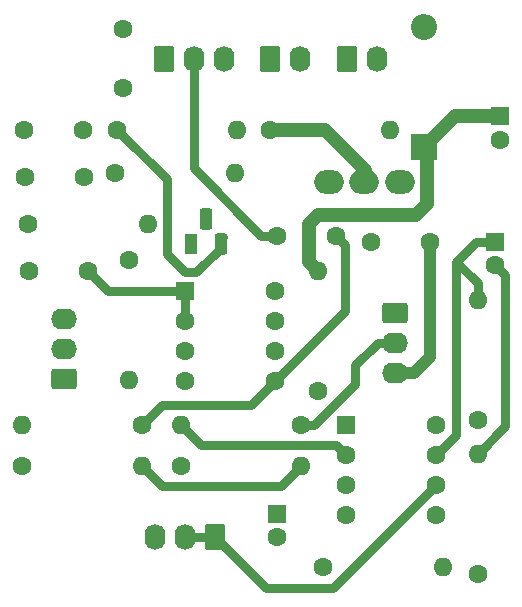
<source format=gbr>
%TF.GenerationSoftware,KiCad,Pcbnew,9.0.0*%
%TF.CreationDate,2025-09-08T17:14:00+01:00*%
%TF.ProjectId,GuitarMixer,47756974-6172-44d6-9978-65722e6b6963,V0.3*%
%TF.SameCoordinates,Original*%
%TF.FileFunction,Copper,L1,Top*%
%TF.FilePolarity,Positive*%
%FSLAX46Y46*%
G04 Gerber Fmt 4.6, Leading zero omitted, Abs format (unit mm)*
G04 Created by KiCad (PCBNEW 9.0.0) date 2025-09-08 17:14:00*
%MOMM*%
%LPD*%
G01*
G04 APERTURE LIST*
G04 Aperture macros list*
%AMRoundRect*
0 Rectangle with rounded corners*
0 $1 Rounding radius*
0 $2 $3 $4 $5 $6 $7 $8 $9 X,Y pos of 4 corners*
0 Add a 4 corners polygon primitive as box body*
4,1,4,$2,$3,$4,$5,$6,$7,$8,$9,$2,$3,0*
0 Add four circle primitives for the rounded corners*
1,1,$1+$1,$2,$3*
1,1,$1+$1,$4,$5*
1,1,$1+$1,$6,$7*
1,1,$1+$1,$8,$9*
0 Add four rect primitives between the rounded corners*
20,1,$1+$1,$2,$3,$4,$5,0*
20,1,$1+$1,$4,$5,$6,$7,0*
20,1,$1+$1,$6,$7,$8,$9,0*
20,1,$1+$1,$8,$9,$2,$3,0*%
G04 Aperture macros list end*
%TA.AperFunction,ComponentPad*%
%ADD10R,1.600000X1.600000*%
%TD*%
%TA.AperFunction,ComponentPad*%
%ADD11C,1.600000*%
%TD*%
%TA.AperFunction,ComponentPad*%
%ADD12O,1.600000X1.600000*%
%TD*%
%TA.AperFunction,ComponentPad*%
%ADD13RoundRect,0.250000X0.620000X0.845000X-0.620000X0.845000X-0.620000X-0.845000X0.620000X-0.845000X0*%
%TD*%
%TA.AperFunction,ComponentPad*%
%ADD14O,1.740000X2.190000*%
%TD*%
%TA.AperFunction,ComponentPad*%
%ADD15R,2.200000X2.200000*%
%TD*%
%TA.AperFunction,ComponentPad*%
%ADD16O,2.200000X2.200000*%
%TD*%
%TA.AperFunction,ComponentPad*%
%ADD17RoundRect,0.250000X0.845000X-0.620000X0.845000X0.620000X-0.845000X0.620000X-0.845000X-0.620000X0*%
%TD*%
%TA.AperFunction,ComponentPad*%
%ADD18O,2.190000X1.740000*%
%TD*%
%TA.AperFunction,ComponentPad*%
%ADD19RoundRect,0.250000X-0.620000X-0.845000X0.620000X-0.845000X0.620000X0.845000X-0.620000X0.845000X0*%
%TD*%
%TA.AperFunction,ComponentPad*%
%ADD20RoundRect,0.250000X-0.550000X-0.550000X0.550000X-0.550000X0.550000X0.550000X-0.550000X0.550000X0*%
%TD*%
%TA.AperFunction,ComponentPad*%
%ADD21R,1.100000X1.800000*%
%TD*%
%TA.AperFunction,ComponentPad*%
%ADD22RoundRect,0.275000X-0.275000X-0.625000X0.275000X-0.625000X0.275000X0.625000X-0.275000X0.625000X0*%
%TD*%
%TA.AperFunction,ComponentPad*%
%ADD23RoundRect,0.250000X-0.845000X0.620000X-0.845000X-0.620000X0.845000X-0.620000X0.845000X0.620000X0*%
%TD*%
%TA.AperFunction,ComponentPad*%
%ADD24O,2.500000X2.000000*%
%TD*%
%TA.AperFunction,Conductor*%
%ADD25C,0.800000*%
%TD*%
%TA.AperFunction,Conductor*%
%ADD26C,1.200000*%
%TD*%
%TA.AperFunction,Conductor*%
%ADD27C,1.000000*%
%TD*%
G04 APERTURE END LIST*
D10*
%TO.P,C7,1*%
%TO.N,+9VA*%
X62900000Y-45344888D03*
D11*
%TO.P,C7,2*%
%TO.N,Earth*%
X62900000Y-47344888D03*
%TD*%
%TO.P,R5,1*%
%TO.N,Net-(J2-Pin_2)*%
X31500000Y-57500000D03*
D12*
%TO.P,R5,2*%
%TO.N,Net-(U2A--)*%
X31500000Y-67660000D03*
%TD*%
D13*
%TO.P,J6,1,Pin_1*%
%TO.N,Net-(J6-Pin_1)*%
X38800000Y-81000000D03*
D14*
%TO.P,J6,2,Pin_2*%
X36260000Y-81000000D03*
%TO.P,J6,3,Pin_3*%
%TO.N,Net-(J6-Pin_3)*%
X33720000Y-81000000D03*
%TD*%
D11*
%TO.P,R12,1*%
%TO.N,Net-(J6-Pin_3)*%
X35920000Y-75000000D03*
D12*
%TO.P,R12,2*%
%TO.N,Net-(R10-Pad2)*%
X46080000Y-75000000D03*
%TD*%
D11*
%TO.P,R4,1*%
%TO.N,Net-(C3-Pad2)*%
X22920000Y-54500000D03*
D12*
%TO.P,R4,2*%
%TO.N,Net-(U1A-+)*%
X33080000Y-54500000D03*
%TD*%
D15*
%TO.P,D1,1,K*%
%TO.N,+9VA*%
X56500000Y-47960000D03*
D16*
%TO.P,D1,2,A*%
%TO.N,+9V*%
X56500000Y-37800000D03*
%TD*%
D17*
%TO.P,J2,1,Pin_1*%
%TO.N,Earth*%
X26000000Y-67580000D03*
D18*
%TO.P,J2,2,Pin_2*%
%TO.N,Net-(J2-Pin_2)*%
X26000000Y-65040000D03*
%TO.P,J2,3,Pin_3*%
%TO.N,Net-(J2-Pin_3)*%
X26000000Y-62500000D03*
%TD*%
D19*
%TO.P,J4,1,Pin_1*%
%TO.N,Earth*%
X49960000Y-40500000D03*
D14*
%TO.P,J4,2,Pin_2*%
%TO.N,+9V*%
X52500000Y-40500000D03*
%TD*%
D11*
%TO.P,C3,1*%
%TO.N,Net-(Q1-S)*%
X27700000Y-50500000D03*
%TO.P,C3,2*%
%TO.N,Net-(C3-Pad2)*%
X22700000Y-50500000D03*
%TD*%
%TO.P,R11,1*%
%TO.N,Net-(J6-Pin_1)*%
X61000000Y-71080000D03*
D12*
%TO.P,R11,2*%
%TO.N,Net-(C9-Pad1)*%
X61000000Y-60920000D03*
%TD*%
D20*
%TO.P,U1,1*%
%TO.N,Net-(U1A--)*%
X36195000Y-60190000D03*
D11*
%TO.P,U1,2,-*%
X36195000Y-62730000D03*
%TO.P,U1,3,+*%
%TO.N,Net-(U1A-+)*%
X36195000Y-65270000D03*
%TO.P,U1,4,V-*%
%TO.N,Earth*%
X36195000Y-67810000D03*
%TO.P,U1,5,+*%
%TO.N,Net-(U1B-+)*%
X43815000Y-67810000D03*
%TO.P,U1,6,-*%
%TO.N,Net-(U1B--)*%
X43815000Y-65270000D03*
%TO.P,U1,7*%
X43815000Y-62730000D03*
%TO.P,U1,8,V+*%
%TO.N,+9VA*%
X43815000Y-60190000D03*
%TD*%
%TO.P,C2,1*%
%TO.N,Net-(J1-Pin_3)*%
X22580000Y-46500000D03*
%TO.P,C2,2*%
%TO.N,Net-(Q1-G)*%
X27580000Y-46500000D03*
%TD*%
D20*
%TO.P,U2,1*%
%TO.N,Net-(R10-Pad2)*%
X49880000Y-71500000D03*
D11*
%TO.P,U2,2,-*%
%TO.N,Net-(U2A--)*%
X49880000Y-74040000D03*
%TO.P,U2,3,+*%
%TO.N,Net-(U2A-+)*%
X49880000Y-76580000D03*
%TO.P,U2,4,V-*%
%TO.N,Earth*%
X49880000Y-79120000D03*
%TO.P,U2,5,+*%
%TO.N,Net-(U2A-+)*%
X57500000Y-79120000D03*
%TO.P,U2,6,-*%
%TO.N,Net-(J6-Pin_1)*%
X57500000Y-76580000D03*
%TO.P,U2,7*%
%TO.N,Net-(C9-Pad1)*%
X57500000Y-74040000D03*
%TO.P,U2,8,V+*%
%TO.N,+9VA*%
X57500000Y-71500000D03*
%TD*%
%TO.P,C1,1*%
%TO.N,Net-(J1-Pin_3)*%
X31000000Y-43000000D03*
%TO.P,C1,2*%
%TO.N,Earth*%
X31000000Y-38000000D03*
%TD*%
D19*
%TO.P,J1,1,Pin_1*%
%TO.N,Earth*%
X34420000Y-40500000D03*
D14*
%TO.P,J1,2,Pin_2*%
%TO.N,Net-(J1-Pin_2)*%
X36960000Y-40500000D03*
%TO.P,J1,3,Pin_3*%
%TO.N,Net-(J1-Pin_3)*%
X39500000Y-40500000D03*
%TD*%
D11*
%TO.P,R6,1*%
%TO.N,Net-(U1B-+)*%
X32580000Y-71500000D03*
D12*
%TO.P,R6,2*%
%TO.N,Earth*%
X22420000Y-71500000D03*
%TD*%
D10*
%TO.P,C9,1*%
%TO.N,Net-(C9-Pad1)*%
X62500000Y-56000000D03*
D11*
%TO.P,C9,2*%
%TO.N,Net-(J5-Pin_2)*%
X62500000Y-58000000D03*
%TD*%
%TO.P,C6,1*%
%TO.N,Net-(U1B--)*%
X52000000Y-56000000D03*
%TO.P,C6,2*%
%TO.N,Net-(J3-Pin_3)*%
X57000000Y-56000000D03*
%TD*%
D19*
%TO.P,J5,1,Pin_1*%
%TO.N,Earth*%
X43460000Y-40500000D03*
D14*
%TO.P,J5,2,Pin_2*%
%TO.N,Net-(J5-Pin_2)*%
X46000000Y-40500000D03*
%TD*%
D11*
%TO.P,R10,1*%
%TO.N,Net-(U2A--)*%
X22420000Y-75000000D03*
D12*
%TO.P,R10,2*%
%TO.N,Net-(R10-Pad2)*%
X32580000Y-75000000D03*
%TD*%
D11*
%TO.P,R2,1*%
%TO.N,Net-(SW1-B)*%
X43420000Y-46500000D03*
D12*
%TO.P,R2,2*%
%TO.N,Earth*%
X53580000Y-46500000D03*
%TD*%
D21*
%TO.P,Q1,1,S*%
%TO.N,Net-(Q1-S)*%
X36730000Y-56170000D03*
D22*
%TO.P,Q1,2,D*%
%TO.N,+9VA*%
X38000000Y-54100000D03*
%TO.P,Q1,3,G*%
%TO.N,Net-(Q1-G)*%
X39270000Y-56170000D03*
%TD*%
D11*
%TO.P,R3,1*%
%TO.N,Net-(Q1-S)*%
X30300000Y-50200000D03*
D12*
%TO.P,R3,2*%
%TO.N,Earth*%
X40460000Y-50200000D03*
%TD*%
D11*
%TO.P,R7,1*%
%TO.N,Net-(J3-Pin_2)*%
X46080000Y-71500000D03*
D12*
%TO.P,R7,2*%
%TO.N,Net-(U2A--)*%
X35920000Y-71500000D03*
%TD*%
D11*
%TO.P,R1,1*%
%TO.N,Net-(Q1-G)*%
X30500000Y-46500000D03*
D12*
%TO.P,R1,2*%
%TO.N,Net-(SW1-B)*%
X40660000Y-46500000D03*
%TD*%
D11*
%TO.P,R13,1*%
%TO.N,Earth*%
X61000000Y-84080000D03*
D12*
%TO.P,R13,2*%
%TO.N,Net-(J5-Pin_2)*%
X61000000Y-73920000D03*
%TD*%
D11*
%TO.P,R8,1*%
%TO.N,Net-(U2A-+)*%
X47500000Y-68660000D03*
D12*
%TO.P,R8,2*%
%TO.N,+9VA*%
X47500000Y-58500000D03*
%TD*%
D10*
%TO.P,C8,1*%
%TO.N,Net-(U2A-+)*%
X44000000Y-79000000D03*
D11*
%TO.P,C8,2*%
%TO.N,Earth*%
X44000000Y-81000000D03*
%TD*%
%TO.P,C5,1*%
%TO.N,Net-(U1A--)*%
X28000000Y-58500000D03*
%TO.P,C5,2*%
%TO.N,Net-(J2-Pin_3)*%
X23000000Y-58500000D03*
%TD*%
%TO.P,R9,1*%
%TO.N,Earth*%
X47920000Y-83500000D03*
D12*
%TO.P,R9,2*%
%TO.N,Net-(U2A-+)*%
X58080000Y-83500000D03*
%TD*%
D23*
%TO.P,J3,1,Pin_1*%
%TO.N,Earth*%
X54000000Y-62000000D03*
D18*
%TO.P,J3,2,Pin_2*%
%TO.N,Net-(J3-Pin_2)*%
X54000000Y-64540000D03*
%TO.P,J3,3,Pin_3*%
%TO.N,Net-(J3-Pin_3)*%
X54000000Y-67080000D03*
%TD*%
D11*
%TO.P,C4,1*%
%TO.N,Net-(J1-Pin_2)*%
X44000000Y-55500000D03*
%TO.P,C4,2*%
%TO.N,Net-(U1B-+)*%
X49000000Y-55500000D03*
%TD*%
D24*
%TO.P,SW1,1,A*%
%TO.N,Earth*%
X54400000Y-50900000D03*
%TO.P,SW1,2,B*%
%TO.N,Net-(SW1-B)*%
X51400000Y-50900000D03*
%TO.P,SW1,3*%
%TO.N,N/C*%
X48400000Y-50900000D03*
%TD*%
D25*
%TO.N,Net-(Q1-G)*%
X34681000Y-50681000D02*
X30500000Y-46500000D01*
X36231156Y-58589000D02*
X34681000Y-57038844D01*
X39270000Y-56506266D02*
X37187266Y-58589000D01*
X39270000Y-55770000D02*
X39451000Y-55589000D01*
X34681000Y-57038844D02*
X34681000Y-50681000D01*
X39270000Y-55770000D02*
X39270000Y-56506266D01*
X37187266Y-58589000D02*
X36231156Y-58589000D01*
%TO.N,Net-(J1-Pin_2)*%
X42700000Y-55500000D02*
X36960000Y-49760000D01*
X36960000Y-49760000D02*
X36960000Y-40500000D01*
X44000000Y-55500000D02*
X42700000Y-55500000D01*
%TO.N,Net-(U1B-+)*%
X32580000Y-71500000D02*
X34281000Y-69799000D01*
X41826000Y-69799000D02*
X43815000Y-67810000D01*
X49799999Y-56299999D02*
X49000000Y-55500000D01*
X34281000Y-69799000D02*
X41826000Y-69799000D01*
X49799999Y-61825001D02*
X49799999Y-56299999D01*
X43815000Y-67810000D02*
X49799999Y-61825001D01*
%TO.N,Net-(U1A--)*%
X29690000Y-60190000D02*
X28000000Y-58500000D01*
X36195000Y-60190000D02*
X36195000Y-62730000D01*
X36195000Y-60190000D02*
X29690000Y-60190000D01*
D26*
%TO.N,+9VA*%
X56700000Y-52753001D02*
X55754001Y-53699000D01*
X62900000Y-45344888D02*
X59115112Y-45344888D01*
X56500000Y-47960000D02*
X56700000Y-48160000D01*
X46700001Y-57700001D02*
X46700001Y-54493579D01*
X62865112Y-45310000D02*
X62900000Y-45344888D01*
X47494580Y-53699000D02*
X55754001Y-53699000D01*
X56700000Y-48160000D02*
X56700000Y-52753001D01*
X46700001Y-54493579D02*
X47494580Y-53699000D01*
X47500000Y-58500000D02*
X46700001Y-57700001D01*
X59115112Y-45344888D02*
X56500000Y-47960000D01*
D25*
%TO.N,Net-(C9-Pad1)*%
X61000000Y-59498000D02*
X61000000Y-60920000D01*
X60900000Y-56000000D02*
X59201000Y-57699000D01*
X59201000Y-72339000D02*
X57500000Y-74040000D01*
X62500000Y-56000000D02*
X60900000Y-56000000D01*
X59201000Y-57699000D02*
X61000000Y-59498000D01*
X59201000Y-57699000D02*
X59201000Y-72339000D01*
%TO.N,Net-(J3-Pin_2)*%
X52555000Y-64540000D02*
X54000000Y-64540000D01*
X47145312Y-71500000D02*
X50645312Y-68000000D01*
X50645312Y-66449688D02*
X52555000Y-64540000D01*
X50645312Y-68000000D02*
X50645312Y-66449688D01*
X46080000Y-71500000D02*
X47145312Y-71500000D01*
D26*
%TO.N,Net-(SW1-B)*%
X51500000Y-49900000D02*
X51500000Y-51000000D01*
X48100000Y-46500000D02*
X51500000Y-49900000D01*
X43420000Y-46500000D02*
X48100000Y-46500000D01*
D25*
%TO.N,Net-(U2A--)*%
X35920000Y-71500000D02*
X37621000Y-73201000D01*
X37621000Y-73201000D02*
X49041000Y-73201000D01*
X49041000Y-73201000D02*
X49880000Y-74040000D01*
%TO.N,Net-(R10-Pad2)*%
X34281000Y-76701000D02*
X32580000Y-75000000D01*
X44379000Y-76701000D02*
X34281000Y-76701000D01*
X46080000Y-75000000D02*
X44379000Y-76701000D01*
D27*
%TO.N,Net-(J3-Pin_3)*%
X55645000Y-67080000D02*
X54000000Y-67080000D01*
X57000000Y-56000000D02*
X57000000Y-65725000D01*
X57000000Y-65725000D02*
X55645000Y-67080000D01*
D25*
%TO.N,Net-(J5-Pin_2)*%
X63299999Y-58799999D02*
X62500000Y-58000000D01*
X63299999Y-71620001D02*
X63299999Y-58799999D01*
X61000000Y-73920000D02*
X63299999Y-71620001D01*
%TO.N,Net-(J6-Pin_1)*%
X38800000Y-81000000D02*
X43090000Y-85290000D01*
X43090000Y-85290000D02*
X48790000Y-85290000D01*
X36260000Y-81000000D02*
X38800000Y-81000000D01*
X48790000Y-85290000D02*
X57500000Y-76580000D01*
%TD*%
M02*

</source>
